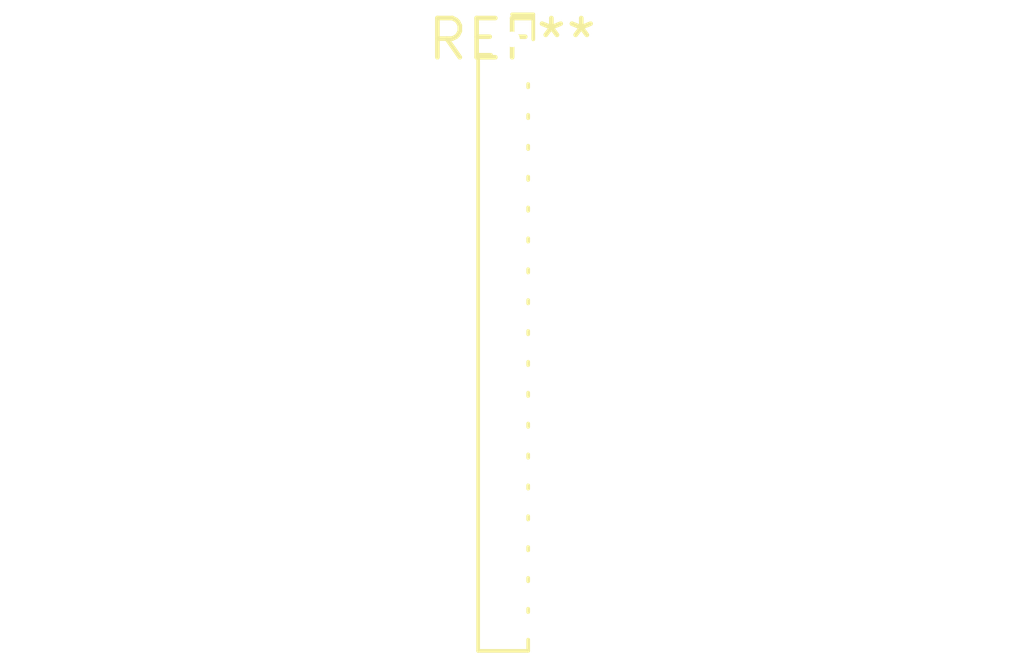
<source format=kicad_pcb>
(kicad_pcb (version 20240108) (generator pcbnew)
  (layers (0 "F.Cu" signal) (31 "B.Cu" signal) (34 "B.Paste" user) (35 "F.Paste" user) (36 "B.SilkS" user "B.Silkscreen") (37 "F.SilkS" user "F.Silkscreen") (38 "B.Mask" user) (39 "F.Mask" user) (44 "Edge.Cuts" user))
  (net 0 "")
  (footprint "PinSocket_1x20_P1.00mm_Vertical" (layer "F.Cu") (at 0 0)
    (property "Reference" "REF**")
    (property "Value" "PinSocket_1x20_P1.00mm_Vertical")
    (fp_line (start -1.1 0.5) (end -1.1 19.81) (layer "F.SilkS") (stroke (width 0.12)))
    (fp_line (start -1.1 0.5) (end -0.685 0.5) (layer "F.SilkS") (stroke (width 0.12)))
    (fp_line (start -1.1 19.81) (end 0.52 19.81) (layer "F.SilkS") (stroke (width 0.12)))
    (fp_line (start 0 -0.81) (end 0.685 -0.81) (layer "F.SilkS") (stroke (width 0.12)))
    (fp_line (start 0.52 1.445898) (end 0.52 1.554102) (layer "F.SilkS") (stroke (width 0.12)))
    (fp_line (start 0.52 2.445898) (end 0.52 2.554102) (layer "F.SilkS") (stroke (width 0.12)))
    (fp_line (start 0.52 3.445898) (end 0.52 3.554102) (layer "F.SilkS") (stroke (width 0.12)))
    (fp_line (start 0.52 4.445898) (end 0.52 4.554102) (layer "F.SilkS") (stroke (width 0.12)))
    (fp_line (start 0.52 5.445898) (end 0.52 5.554102) (layer "F.SilkS") (stroke (width 0.12)))
    (fp_line (start 0.52 6.445898) (end 0.52 6.554102) (layer "F.SilkS") (stroke (width 0.12)))
    (fp_line (start 0.52 7.445898) (end 0.52 7.554102) (layer "F.SilkS") (stroke (width 0.12)))
    (fp_line (start 0.52 8.445898) (end 0.52 8.554102) (layer "F.SilkS") (stroke (width 0.12)))
    (fp_line (start 0.52 9.445898) (end 0.52 9.554102) (layer "F.SilkS") (stroke (width 0.12)))
    (fp_line (start 0.52 10.445898) (end 0.52 10.554102) (layer "F.SilkS") (stroke (width 0.12)))
    (fp_line (start 0.52 11.445898) (end 0.52 11.554102) (layer "F.SilkS") (stroke (width 0.12)))
    (fp_line (start 0.52 12.445898) (end 0.52 12.554102) (layer "F.SilkS") (stroke (width 0.12)))
    (fp_line (start 0.52 13.445898) (end 0.52 13.554102) (layer "F.SilkS") (stroke (width 0.12)))
    (fp_line (start 0.52 14.445898) (end 0.52 14.554102) (layer "F.SilkS") (stroke (width 0.12)))
    (fp_line (start 0.52 15.445898) (end 0.52 15.554102) (layer "F.SilkS") (stroke (width 0.12)))
    (fp_line (start 0.52 16.445898) (end 0.52 16.554102) (layer "F.SilkS") (stroke (width 0.12)))
    (fp_line (start 0.52 17.445898) (end 0.52 17.554102) (layer "F.SilkS") (stroke (width 0.12)))
    (fp_line (start 0.52 18.445898) (end 0.52 18.554102) (layer "F.SilkS") (stroke (width 0.12)))
    (fp_line (start 0.52 19.445898) (end 0.52 19.81) (layer "F.SilkS") (stroke (width 0.12)))
    (fp_line (start 0.685 -0.81) (end 0.685 0) (layer "F.SilkS") (stroke (width 0.12)))
    (pad "1" thru_hole rect (at 0 0) (size 0.85 0.85) (drill 0.5) (layers *.Cu *.Mask) (remove_unused_layers))
    (pad "2" thru_hole oval (at 0 1) (size 0.85 0.85) (drill 0.5) (layers *.Cu *.Mask) (remove_unused_layers))
    (pad "3" thru_hole oval (at 0 2) (size 0.85 0.85) (drill 0.5) (layers *.Cu *.Mask) (remove_unused_layers))
    (pad "4" thru_hole oval (at 0 3) (size 0.85 0.85) (drill 0.5) (layers *.Cu *.Mask) (remove_unused_layers))
    (pad "5" thru_hole oval (at 0 4) (size 0.85 0.85) (drill 0.5) (layers *.Cu *.Mask) (remove_unused_layers))
    (pad "6" thru_hole oval (at 0 5) (size 0.85 0.85) (drill 0.5) (layers *.Cu *.Mask) (remove_unused_layers))
    (pad "7" thru_hole oval (at 0 6) (size 0.85 0.85) (drill 0.5) (layers *.Cu *.Mask) (remove_unused_layers))
    (pad "8" thru_hole oval (at 0 7) (size 0.85 0.85) (drill 0.5) (layers *.Cu *.Mask) (remove_unused_layers))
    (pad "9" thru_hole oval (at 0 8) (size 0.85 0.85) (drill 0.5) (layers *.Cu *.Mask) (remove_unused_layers))
    (pad "10" thru_hole oval (at 0 9) (size 0.85 0.85) (drill 0.5) (layers *.Cu *.Mask) (remove_unused_layers))
    (pad "11" thru_hole oval (at 0 10) (size 0.85 0.85) (drill 0.5) (layers *.Cu *.Mask) (remove_unused_layers))
    (pad "12" thru_hole oval (at 0 11) (size 0.85 0.85) (drill 0.5) (layers *.Cu *.Mask) (remove_unused_layers))
    (pad "13" thru_hole oval (at 0 12) (size 0.85 0.85) (drill 0.5) (layers *.Cu *.Mask) (remove_unused_layers))
    (pad "14" thru_hole oval (at 0 13) (size 0.85 0.85) (drill 0.5) (layers *.Cu *.Mask) (remove_unused_layers))
    (pad "15" thru_hole oval (at 0 14) (size 0.85 0.85) (drill 0.5) (layers *.Cu *.Mask) (remove_unused_layers))
    (pad "16" thru_hole oval (at 0 15) (size 0.85 0.85) (drill 0.5) (layers *.Cu *.Mask) (remove_unused_layers))
    (pad "17" thru_hole oval (at 0 16) (size 0.85 0.85) (drill 0.5) (layers *.Cu *.Mask) (remove_unused_layers))
    (pad "18" thru_hole oval (at 0 17) (size 0.85 0.85) (drill 0.5) (layers *.Cu *.Mask) (remove_unused_layers))
    (pad "19" thru_hole oval (at 0 18) (size 0.85 0.85) (drill 0.5) (layers *.Cu *.Mask) (remove_unused_layers))
    (pad "20" thru_hole oval (at 0 19) (size 0.85 0.85) (drill 0.5) (layers *.Cu *.Mask) (remove_unused_layers))
  )
)
</source>
